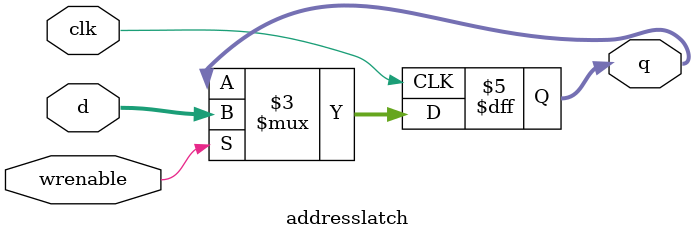
<source format=v>
module register
(
output reg  q,
input       d,
input       wrenable,
input       clk
);
    always @(posedge clk) begin
        if(wrenable) begin
            q = d;
        end
    end
endmodule

module addresslatch
#(
    parameter width  = 7
)
(
output reg[width-1:0]  	q,
input[width-1:0] 		d,
input	 				wrenable,
input       			clk
);
    always @(posedge clk) begin
        if(wrenable) begin
            q = d;
        end
    end
endmodule


</source>
